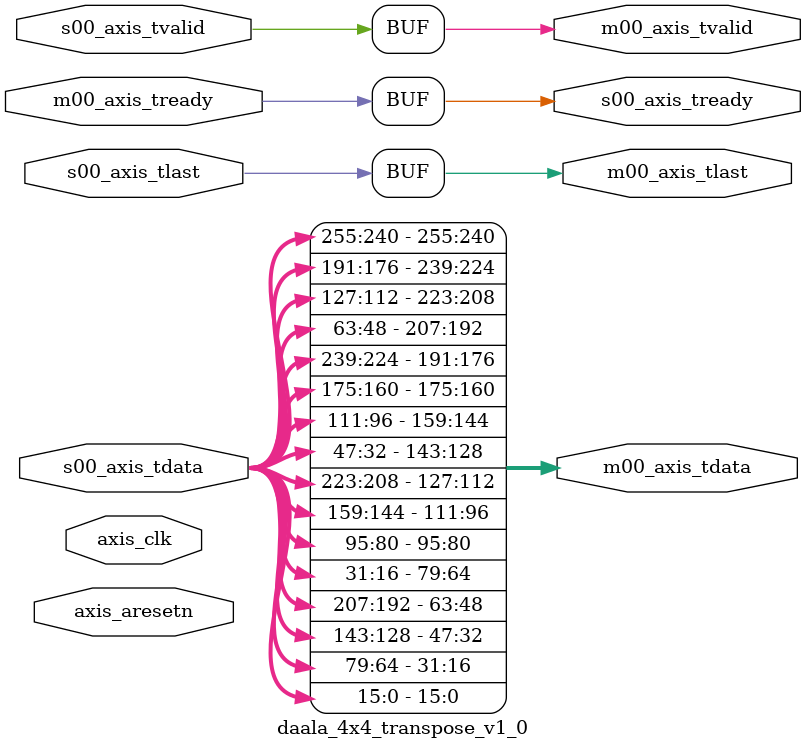
<source format=v>
module daala_4x4_transpose_v1_0 #
	(
		parameter integer C_S00_AXIS_TDATA_WIDTH	= 256,
		parameter integer C_M00_AXIS_TDATA_WIDTH	= 256
	)
	(
        input wire axis_clk,
        input wire axis_aresetn,
		output wire  s00_axis_tready,
		input wire [C_S00_AXIS_TDATA_WIDTH-1 : 0] s00_axis_tdata,
		input wire  s00_axis_tlast,
		input wire  s00_axis_tvalid,
		output wire  m00_axis_tvalid,
		output wire [C_M00_AXIS_TDATA_WIDTH-1 : 0] m00_axis_tdata,
		output wire  m00_axis_tlast,
		input wire  m00_axis_tready
	);
	assign s00_axis_tready = m00_axis_tready;
	assign m00_axis_tlast = s00_axis_tlast;
	assign m00_axis_tvalid = s00_axis_tvalid;
	assign m00_axis_tdata[( 0+1)*16-1: 0*16] = s00_axis_tdata[( 0+1)*16-1: 0*16];
	assign m00_axis_tdata[( 1+1)*16-1: 1*16] = s00_axis_tdata[( 4+1)*16-1: 4*16];
	assign m00_axis_tdata[( 2+1)*16-1: 2*16] = s00_axis_tdata[( 8+1)*16-1: 8*16];
	assign m00_axis_tdata[( 3+1)*16-1: 3*16] = s00_axis_tdata[(12+1)*16-1:12*16];
	assign m00_axis_tdata[( 4+1)*16-1: 4*16] = s00_axis_tdata[( 1+1)*16-1: 1*16];
	assign m00_axis_tdata[( 5+1)*16-1: 5*16] = s00_axis_tdata[( 5+1)*16-1: 5*16];
	assign m00_axis_tdata[( 6+1)*16-1: 6*16] = s00_axis_tdata[( 9+1)*16-1: 9*16];
	assign m00_axis_tdata[( 7+1)*16-1: 7*16] = s00_axis_tdata[(13+1)*16-1:13*16];
	assign m00_axis_tdata[( 8+1)*16-1: 8*16] = s00_axis_tdata[( 2+1)*16-1: 2*16];
	assign m00_axis_tdata[( 9+1)*16-1: 9*16] = s00_axis_tdata[( 6+1)*16-1: 6*16];
	assign m00_axis_tdata[(10+1)*16-1:10*16] = s00_axis_tdata[(10+1)*16-1:10*16];
	assign m00_axis_tdata[(11+1)*16-1:11*16] = s00_axis_tdata[(14+1)*16-1:14*16];
	assign m00_axis_tdata[(12+1)*16-1:12*16] = s00_axis_tdata[( 3+1)*16-1: 3*16];
	assign m00_axis_tdata[(13+1)*16-1:13*16] = s00_axis_tdata[( 7+1)*16-1: 7*16];
	assign m00_axis_tdata[(14+1)*16-1:14*16] = s00_axis_tdata[(11+1)*16-1:11*16];
	assign m00_axis_tdata[(15+1)*16-1:15*16] = s00_axis_tdata[(15+1)*16-1:15*16];
	endmodule
</source>
